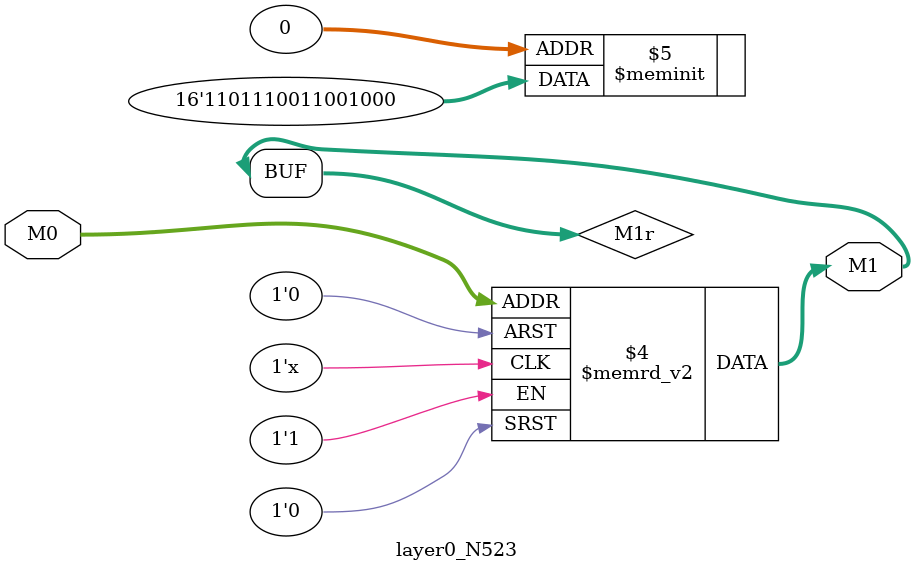
<source format=v>
module layer0_N523 ( input [2:0] M0, output [1:0] M1 );

	(*rom_style = "distributed" *) reg [1:0] M1r;
	assign M1 = M1r;
	always @ (M0) begin
		case (M0)
			3'b000: M1r = 2'b00;
			3'b100: M1r = 2'b00;
			3'b010: M1r = 2'b00;
			3'b110: M1r = 2'b01;
			3'b001: M1r = 2'b10;
			3'b101: M1r = 2'b11;
			3'b011: M1r = 2'b11;
			3'b111: M1r = 2'b11;

		endcase
	end
endmodule

</source>
